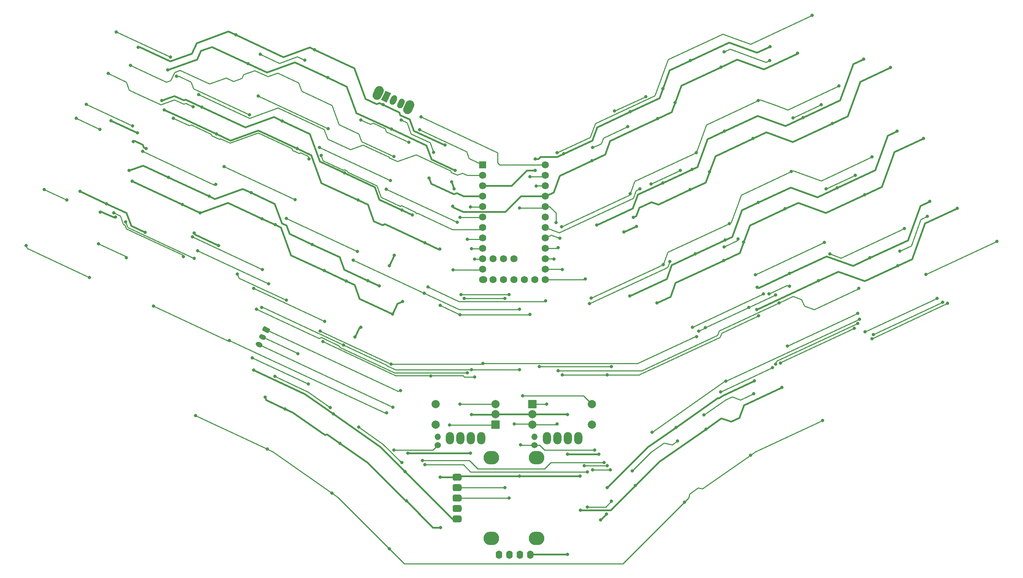
<source format=gbr>
%TF.GenerationSoftware,KiCad,Pcbnew,(5.1.10)-1*%
%TF.CreationDate,2021-12-17T13:46:14-08:00*%
%TF.ProjectId,barobord,6261726f-626f-4726-942e-6b696361645f,rev?*%
%TF.SameCoordinates,Original*%
%TF.FileFunction,Copper,L1,Top*%
%TF.FilePolarity,Positive*%
%FSLAX46Y46*%
G04 Gerber Fmt 4.6, Leading zero omitted, Abs format (unit mm)*
G04 Created by KiCad (PCBNEW (5.1.10)-1) date 2021-12-17 13:46:14*
%MOMM*%
%LPD*%
G01*
G04 APERTURE LIST*
%TA.AperFunction,ComponentPad*%
%ADD10C,0.100000*%
%TD*%
%TA.AperFunction,ComponentPad*%
%ADD11C,1.752600*%
%TD*%
%TA.AperFunction,ComponentPad*%
%ADD12R,1.752600X1.752600*%
%TD*%
%TA.AperFunction,ComponentPad*%
%ADD13O,2.000000X3.000000*%
%TD*%
%TA.AperFunction,ComponentPad*%
%ADD14O,1.524000X1.524000*%
%TD*%
%TA.AperFunction,ComponentPad*%
%ADD15C,1.524000*%
%TD*%
%TA.AperFunction,ComponentPad*%
%ADD16R,2.000000X2.000000*%
%TD*%
%TA.AperFunction,ComponentPad*%
%ADD17C,2.000000*%
%TD*%
%TA.AperFunction,ComponentPad*%
%ADD18O,1.600000X2.000000*%
%TD*%
%TA.AperFunction,ComponentPad*%
%ADD19O,3.800000X3.300000*%
%TD*%
%TA.AperFunction,ViaPad*%
%ADD20C,0.800000*%
%TD*%
%TA.AperFunction,Conductor*%
%ADD21C,0.381000*%
%TD*%
%TA.AperFunction,Conductor*%
%ADD22C,0.254000*%
%TD*%
G04 APERTURE END LIST*
%TO.P,J2,3*%
%TO.N,B-*%
%TA.AperFunction,ComponentPad*%
G36*
G01*
X62876096Y-107302947D02*
X63374566Y-107535387D01*
G75*
G02*
X63664780Y-108332743I-253571J-543785D01*
G01*
X63664780Y-108332743D01*
G75*
G02*
X62867424Y-108622957I-543785J253571D01*
G01*
X62368954Y-108390517D01*
G75*
G02*
X62078740Y-107593161I253571J543785D01*
G01*
X62078740Y-107593161D01*
G75*
G02*
X62876096Y-107302947I543785J-253571D01*
G01*
G37*
%TD.AperFunction*%
%TO.P,J2,2*%
%TO.N,Net-(J2-Pad2)*%
%TA.AperFunction,ComponentPad*%
G36*
G01*
X63721332Y-105490332D02*
X64219802Y-105722772D01*
G75*
G02*
X64510016Y-106520128I-253571J-543785D01*
G01*
X64510016Y-106520128D01*
G75*
G02*
X63712660Y-106810342I-543785J253571D01*
G01*
X63214190Y-106577902D01*
G75*
G02*
X62923976Y-105780546I253571J543785D01*
G01*
X62923976Y-105780546D01*
G75*
G02*
X63721332Y-105490332I543785J-253571D01*
G01*
G37*
%TD.AperFunction*%
%TO.P,J2,1*%
%TO.N,B-*%
%TA.AperFunction,ComponentPad*%
G36*
G01*
X64249361Y-103529800D02*
X65382247Y-104058073D01*
G75*
G02*
X65503169Y-104390303I-105654J-226576D01*
G01*
X65207335Y-105024720D01*
G75*
G02*
X64875105Y-105145642I-226576J105654D01*
G01*
X63742219Y-104617369D01*
G75*
G02*
X63621297Y-104285139I105654J226576D01*
G01*
X63917131Y-103650722D01*
G75*
G02*
X64249361Y-103529800I226576J-105654D01*
G01*
G37*
%TD.AperFunction*%
%TD*%
%TO.P,SW46,*%
%TO.N,*%
%TA.AperFunction,ComponentPad*%
G36*
G01*
X97990343Y-50294437D02*
X98539747Y-49116237D01*
G75*
G02*
X100001566Y-48584178I996939J-464880D01*
G01*
X100001566Y-48584178D01*
G75*
G02*
X100533625Y-50045997I-464880J-996939D01*
G01*
X99984221Y-51224197D01*
G75*
G02*
X98522402Y-51756256I-996939J464880D01*
G01*
X98522402Y-51756256D01*
G75*
G02*
X97990343Y-50294437I464880J996939D01*
G01*
G37*
%TD.AperFunction*%
%TA.AperFunction,ComponentPad*%
G36*
G01*
X90558619Y-46828968D02*
X91108023Y-45650768D01*
G75*
G02*
X92569842Y-45118709I996939J-464880D01*
G01*
X92569842Y-45118709D01*
G75*
G02*
X93101901Y-46580528I-464880J-996939D01*
G01*
X92552497Y-47758728D01*
G75*
G02*
X91090678Y-48290787I-996939J464880D01*
G01*
X91090678Y-48290787D01*
G75*
G02*
X90558619Y-46828968I464880J996939D01*
G01*
G37*
%TD.AperFunction*%
%TO.P,SW46,3*%
%TO.N,N/C*%
%TA.AperFunction,ComponentPad*%
G36*
G01*
X96467697Y-49418909D02*
X96890315Y-48512601D01*
G75*
G02*
X97887010Y-48149834I679731J-316964D01*
G01*
X97887010Y-48149834D01*
G75*
G02*
X98249777Y-49146529I-316964J-679731D01*
G01*
X97827159Y-50052837D01*
G75*
G02*
X96830464Y-50415604I-679731J316964D01*
G01*
X96830464Y-50415604D01*
G75*
G02*
X96467697Y-49418909I316964J679731D01*
G01*
G37*
%TD.AperFunction*%
%TO.P,SW46,2*%
%TO.N,Net-(J2-Pad2)*%
%TA.AperFunction,ComponentPad*%
G36*
G01*
X94655082Y-48573673D02*
X95077700Y-47667365D01*
G75*
G02*
X96074395Y-47304598I679731J-316964D01*
G01*
X96074395Y-47304598D01*
G75*
G02*
X96437162Y-48301293I-316964J-679731D01*
G01*
X96014544Y-49207601D01*
G75*
G02*
X95017849Y-49570368I-679731J316964D01*
G01*
X95017849Y-49570368D01*
G75*
G02*
X94655082Y-48573673I316964J679731D01*
G01*
G37*
%TD.AperFunction*%
%TA.AperFunction,ComponentPad*%
D10*
%TO.P,SW46,1*%
%TO.N,B+*%
G36*
X92525502Y-48408167D02*
G01*
X93582048Y-46142398D01*
X94941510Y-46776325D01*
X93884964Y-49042094D01*
X92525502Y-48408167D01*
G37*
%TD.AperFunction*%
%TD*%
D11*
%TO.P,U2,1*%
%TO.N,led*%
X117228505Y-64203847D03*
%TO.P,U2,2*%
%TO.N,col0*%
X117228505Y-66743847D03*
%TO.P,U2,3*%
%TO.N,GND*%
X117228505Y-69283847D03*
%TO.P,U2,4*%
X117228505Y-71823847D03*
%TO.P,U2,5*%
%TO.N,sda*%
X117228505Y-74363847D03*
%TO.P,U2,6*%
%TO.N,scl*%
X117228505Y-76903847D03*
%TO.P,U2,7*%
%TO.N,col1*%
X117228505Y-79443847D03*
%TO.P,U2,8*%
%TO.N,col2*%
X117228505Y-81983847D03*
%TO.P,U2,9*%
%TO.N,col3*%
X117228505Y-84523847D03*
%TO.P,U2,10*%
%TO.N,col4*%
X117228505Y-87063847D03*
%TO.P,U2,11*%
%TO.N,row3*%
X117228505Y-89603847D03*
%TO.P,U2,13*%
%TO.N,row0*%
X132468505Y-92143847D03*
%TO.P,U2,14*%
%TO.N,row4*%
X132468505Y-89603847D03*
%TO.P,U2,15*%
%TO.N,ENC2A*%
X132468505Y-87063847D03*
%TO.P,U2,16*%
%TO.N,col8*%
X132468505Y-84523847D03*
%TO.P,U2,17*%
%TO.N,col7*%
X132468505Y-81983847D03*
%TO.P,U2,18*%
%TO.N,col6*%
X132468505Y-79443847D03*
%TO.P,U2,19*%
%TO.N,col5*%
X132468505Y-76903847D03*
%TO.P,U2,20*%
%TO.N,row1*%
X132468505Y-74363847D03*
%TO.P,U2,21*%
%TO.N,+5V*%
X132468505Y-71823847D03*
%TO.P,U2,22*%
%TO.N,RESET*%
X132468505Y-69283847D03*
%TO.P,U2,23*%
%TO.N,B-*%
X132468505Y-66743847D03*
%TO.P,U2,12*%
%TO.N,row2*%
X117228505Y-92143847D03*
%TO.P,U2,24*%
%TO.N,B+*%
X132468505Y-64203847D03*
%TO.P,U2,31*%
%TO.N,ENC1B*%
X119768505Y-87063847D03*
%TO.P,U2,32*%
%TO.N,ENC1A*%
X122308505Y-87063847D03*
%TO.P,U2,33*%
%TO.N,ENC2B*%
X124848505Y-87063847D03*
%TD*%
%TO.P,U1,25*%
%TO.N,ENC1B*%
X119768505Y-92143847D03*
%TO.P,U1,26*%
%TO.N,ENC1A*%
X122308505Y-92143847D03*
%TO.P,U1,27*%
%TO.N,ENC2B*%
X124848505Y-92143847D03*
%TO.P,U1,28*%
%TO.N,Net-(U1-Pad28)*%
X127388505Y-92143847D03*
%TO.P,U1,29*%
%TO.N,Net-(U1-Pad29)*%
X129928505Y-92143847D03*
%TO.P,U1,24*%
%TO.N,B+*%
X132468505Y-64203847D03*
%TO.P,U1,12*%
%TO.N,row2*%
X117457105Y-92143847D03*
%TO.P,U1,23*%
%TO.N,B-*%
X132468505Y-66743847D03*
%TO.P,U1,22*%
%TO.N,RESET*%
X132468505Y-69283847D03*
%TO.P,U1,21*%
%TO.N,+5V*%
X132468505Y-71823847D03*
%TO.P,U1,20*%
%TO.N,row1*%
X132468505Y-74363847D03*
%TO.P,U1,19*%
%TO.N,col5*%
X132468505Y-76903847D03*
%TO.P,U1,18*%
%TO.N,col6*%
X132468505Y-79443847D03*
%TO.P,U1,17*%
%TO.N,col7*%
X132468505Y-81983847D03*
%TO.P,U1,16*%
%TO.N,col8*%
X132468505Y-84523847D03*
%TO.P,U1,15*%
%TO.N,ENC2A*%
X132468505Y-87063847D03*
%TO.P,U1,14*%
%TO.N,row4*%
X132468505Y-89603847D03*
%TO.P,U1,13*%
%TO.N,row0*%
X132468505Y-92143847D03*
%TO.P,U1,11*%
%TO.N,row3*%
X117228505Y-89603847D03*
%TO.P,U1,10*%
%TO.N,col4*%
X117228505Y-87063847D03*
%TO.P,U1,9*%
%TO.N,col3*%
X117228505Y-84523847D03*
%TO.P,U1,8*%
%TO.N,col2*%
X117228505Y-81983847D03*
%TO.P,U1,7*%
%TO.N,col1*%
X117228505Y-79443847D03*
%TO.P,U1,6*%
%TO.N,scl*%
X117228505Y-76903847D03*
%TO.P,U1,5*%
%TO.N,sda*%
X117228505Y-74363847D03*
%TO.P,U1,4*%
%TO.N,GND*%
X117228505Y-71823847D03*
%TO.P,U1,3*%
X117228505Y-69283847D03*
%TO.P,U1,2*%
%TO.N,col0*%
X117228505Y-66743847D03*
D12*
%TO.P,U1,1*%
%TO.N,led*%
X117228505Y-64203847D03*
%TD*%
D13*
%TO.P,SW45,NC*%
%TO.N,Net-(SW45-PadNC)*%
X140518507Y-130781846D03*
%TO.P,SW45,C*%
%TO.N,GND*%
X137978507Y-130781846D03*
%TO.P,SW45,B*%
%TO.N,ENC2B*%
X135438507Y-130781846D03*
%TO.P,SW45,A*%
%TO.N,ENC2A*%
X132898507Y-130781846D03*
D14*
%TO.P,SW45,S2*%
%TO.N,Net-(D82-Pad2)*%
X129898507Y-130431846D03*
D15*
%TO.P,SW45,S1*%
%TO.N,col3*%
X129898507Y-132431846D03*
%TD*%
D16*
%TO.P,SW43,A*%
%TO.N,ENC2A*%
X129348507Y-122431846D03*
D17*
%TO.P,SW43,C*%
%TO.N,GND*%
X129348507Y-124931846D03*
%TO.P,SW43,B*%
%TO.N,ENC2B*%
X129348507Y-127431846D03*
%TO.P,SW43,S2*%
%TO.N,Net-(D82-Pad2)*%
X143848507Y-122431846D03*
%TO.P,SW43,S1*%
%TO.N,col3*%
X143848507Y-127431846D03*
%TD*%
D16*
%TO.P,SW42,A*%
%TO.N,ENC1A*%
X120348504Y-127431847D03*
D17*
%TO.P,SW42,C*%
%TO.N,GND*%
X120348504Y-124931847D03*
%TO.P,SW42,B*%
%TO.N,ENC1B*%
X120348504Y-122431847D03*
%TO.P,SW42,S2*%
%TO.N,Net-(D81-Pad2)*%
X105848504Y-127431847D03*
%TO.P,SW42,S1*%
%TO.N,col4*%
X105848504Y-122431847D03*
%TD*%
D13*
%TO.P,SW44,NC*%
%TO.N,Net-(SW44-PadNC)*%
X116918502Y-130781846D03*
%TO.P,SW44,C*%
%TO.N,GND*%
X114378502Y-130781846D03*
%TO.P,SW44,B*%
%TO.N,ENC1B*%
X111838502Y-130781846D03*
%TO.P,SW44,A*%
%TO.N,ENC1A*%
X109298502Y-130781846D03*
D14*
%TO.P,SW44,S2*%
%TO.N,Net-(D81-Pad2)*%
X106298502Y-130431846D03*
D15*
%TO.P,SW44,S1*%
%TO.N,col4*%
X106298502Y-132431846D03*
%TD*%
D18*
%TO.P,Brd1,2*%
%TO.N,+5V*%
X126328506Y-159131845D03*
%TO.P,Brd1,1*%
%TO.N,GND*%
X128868506Y-159131845D03*
%TO.P,Brd1,3*%
%TO.N,scl*%
X123788506Y-159131845D03*
%TO.P,Brd1,4*%
%TO.N,sda*%
X121248506Y-159131845D03*
%TD*%
D19*
%TO.P,J1,9*%
%TO.N,N/C*%
X119348504Y-135531846D03*
%TO.P,J1,8*%
X130348504Y-135531846D03*
%TO.P,J1,7*%
X130348504Y-155131846D03*
%TO.P,J1,6*%
X119348504Y-155131846D03*
%TO.P,J1,1*%
%TO.N,+5V*%
%TA.AperFunction,ComponentPad*%
G36*
G01*
X112124504Y-139826846D02*
X112124504Y-140676846D01*
G75*
G02*
X111699504Y-141101846I-425000J0D01*
G01*
X110349504Y-141101846D01*
G75*
G02*
X109924504Y-140676846I0J425000D01*
G01*
X109924504Y-139826846D01*
G75*
G02*
X110349504Y-139401846I425000J0D01*
G01*
X111699504Y-139401846D01*
G75*
G02*
X112124504Y-139826846I0J-425000D01*
G01*
G37*
%TD.AperFunction*%
%TO.P,J1,2*%
%TO.N,sda*%
%TA.AperFunction,ComponentPad*%
G36*
G01*
X111699504Y-143641846D02*
X110349504Y-143641846D01*
G75*
G02*
X109924504Y-143216846I0J425000D01*
G01*
X109924504Y-142366846D01*
G75*
G02*
X110349504Y-141941846I425000J0D01*
G01*
X111699504Y-141941846D01*
G75*
G02*
X112124504Y-142366846I0J-425000D01*
G01*
X112124504Y-143216846D01*
G75*
G02*
X111699504Y-143641846I-425000J0D01*
G01*
G37*
%TD.AperFunction*%
%TO.P,J1,3*%
%TO.N,scl*%
%TA.AperFunction,ComponentPad*%
G36*
G01*
X111699504Y-146181846D02*
X110349504Y-146181846D01*
G75*
G02*
X109924504Y-145756846I0J425000D01*
G01*
X109924504Y-144906846D01*
G75*
G02*
X110349504Y-144481846I425000J0D01*
G01*
X111699504Y-144481846D01*
G75*
G02*
X112124504Y-144906846I0J-425000D01*
G01*
X112124504Y-145756846D01*
G75*
G02*
X111699504Y-146181846I-425000J0D01*
G01*
G37*
%TD.AperFunction*%
%TO.P,J1,4*%
%TO.N,Net-(J1-Pad4)*%
%TA.AperFunction,ComponentPad*%
G36*
G01*
X111699504Y-148721846D02*
X110349504Y-148721846D01*
G75*
G02*
X109924504Y-148296846I0J425000D01*
G01*
X109924504Y-147446846D01*
G75*
G02*
X110349504Y-147021846I425000J0D01*
G01*
X111699504Y-147021846D01*
G75*
G02*
X112124504Y-147446846I0J-425000D01*
G01*
X112124504Y-148296846D01*
G75*
G02*
X111699504Y-148721846I-425000J0D01*
G01*
G37*
%TD.AperFunction*%
%TO.P,J1,5*%
%TO.N,GND*%
%TA.AperFunction,ComponentPad*%
G36*
G01*
X111699504Y-151261846D02*
X110349504Y-151261846D01*
G75*
G02*
X109924504Y-150836846I0J425000D01*
G01*
X109924504Y-149986846D01*
G75*
G02*
X110349504Y-149561846I425000J0D01*
G01*
X111699504Y-149561846D01*
G75*
G02*
X112124504Y-149986846I0J-425000D01*
G01*
X112124504Y-150836846D01*
G75*
G02*
X111699504Y-151261846I-425000J0D01*
G01*
G37*
%TD.AperFunction*%
%TD*%
D20*
%TO.N,GND*%
X108080507Y-59379349D03*
X100136973Y-76414310D03*
X39148907Y-48535623D03*
X33228182Y-56424546D03*
X26782521Y-53418886D03*
X92086099Y-93679470D03*
X31205376Y-65570581D03*
X25745053Y-73674196D03*
X19299391Y-70668536D03*
X35123252Y-80608262D03*
X52954206Y-83839712D03*
X47076296Y-80818539D03*
X50695001Y-71856164D03*
X61510147Y-114173665D03*
X76310129Y-36156839D03*
X57235609Y-32587145D03*
X93042738Y-49571237D03*
X48878296Y-50154976D03*
X68489452Y-53529346D03*
X83607713Y-66184267D03*
X40796304Y-67240327D03*
X60898978Y-71009199D03*
X75787037Y-83556774D03*
X80909436Y-124849603D03*
X98352276Y-138861750D03*
X94580860Y-88747557D03*
X95761656Y-86215336D03*
X97592553Y-75227827D03*
X86192436Y-106135577D03*
X87603429Y-103710700D03*
X89311471Y-92385643D03*
X137941946Y-124984907D03*
X114573947Y-124984910D03*
X137941947Y-159020910D03*
X147593947Y-142764909D03*
X99079945Y-134382907D03*
X114319946Y-134382908D03*
X145561947Y-134636910D03*
X137941946Y-134636910D03*
X130067948Y-65548910D03*
X130067945Y-62754908D03*
X187199532Y-35391632D03*
X144988776Y-78896761D03*
X209954808Y-38513314D03*
X153039653Y-96161921D03*
X218113027Y-56008681D03*
X183385400Y-116763460D03*
X136982137Y-61510053D03*
X153129609Y-51278698D03*
X167787469Y-38838464D03*
X195250408Y-52656795D03*
X176068550Y-55996284D03*
X169001164Y-85916368D03*
X184271152Y-73369712D03*
X203531492Y-69814610D03*
X211475025Y-86849573D03*
X191940103Y-90633955D03*
X184005883Y-94053483D03*
X161062497Y-68598879D03*
X226036371Y-73134258D03*
X161094393Y-45674674D03*
X168198764Y-65271186D03*
X176249643Y-82536345D03*
X164277623Y-128113128D03*
X145908785Y-150672902D03*
X147345625Y-149236060D03*
X104241601Y-67429018D03*
X33421598Y-35604736D03*
%TO.N,+5V*%
X40650501Y-41108345D03*
X103161863Y-83149742D03*
X39778708Y-50791107D03*
X35377561Y-60229395D03*
X32262076Y-58496365D03*
X95341190Y-100522252D03*
X31958032Y-68163618D03*
X27878920Y-76911300D03*
X24211196Y-75761529D03*
X66793643Y-78802567D03*
X48532588Y-75892457D03*
X64304837Y-120801753D03*
X86970155Y-72796843D03*
X72082092Y-60249263D03*
X52439825Y-56695083D03*
X44158745Y-73852903D03*
X63570812Y-77299738D03*
X78689073Y-89954659D03*
X60153157Y-39552780D03*
X79565220Y-42999613D03*
X95021033Y-55531679D03*
X110522138Y-65562543D03*
X82533491Y-131991463D03*
X98711488Y-146026444D03*
X106973322Y-152492227D03*
X97775146Y-97523786D03*
X110319002Y-70022381D03*
X106855415Y-84662247D03*
X69142399Y-123618056D03*
X84086020Y-92471300D03*
X109704715Y-68334645D03*
X106953948Y-140224909D03*
X140989947Y-139970909D03*
X154451947Y-142256908D03*
X141052662Y-148290193D03*
X126257946Y-139970908D03*
X193858645Y-37050823D03*
X151647888Y-80555952D03*
X154640515Y-79160463D03*
X153904613Y-76981301D03*
X216491062Y-40510052D03*
X159698764Y-97821113D03*
X190778537Y-74920639D03*
X224541939Y-57775217D03*
X190044511Y-118422652D03*
X143827210Y-63183443D03*
X159843736Y-52957910D03*
X175244533Y-40405822D03*
X202369927Y-54101293D03*
X183065208Y-57778330D03*
X175890476Y-87468216D03*
X210190602Y-71473803D03*
X198936761Y-92416005D03*
X218241480Y-88738968D03*
X183973618Y-99393430D03*
X167721608Y-70258072D03*
X232695484Y-74793449D03*
X164070271Y-49051387D03*
X172474206Y-65871659D03*
X180755285Y-83029477D03*
X171573307Y-128517014D03*
X109999965Y-74312653D03*
%TO.N,row0*%
X42737830Y-42642200D03*
X60494422Y-52043266D03*
X62641327Y-47439220D03*
X79676283Y-55382756D03*
X77529385Y-59986797D03*
X94794548Y-68037678D03*
X93828442Y-70109498D03*
X111093605Y-78160376D03*
X103927316Y-93946656D03*
X132607946Y-97298907D03*
X142259947Y-91964907D03*
X136436833Y-79322445D03*
X203963636Y-45031601D03*
X184321366Y-48585780D03*
X169203106Y-61240704D03*
X153134248Y-71256055D03*
%TO.N,row1*%
X34487777Y-60935517D03*
X52320686Y-68970884D03*
X54360243Y-64597043D03*
X71625406Y-72647918D03*
X69478508Y-77251963D03*
X86743670Y-85302843D03*
X85777567Y-87374661D03*
X103042727Y-95425538D03*
X126257950Y-99330906D03*
X126257946Y-74692909D03*
X161185126Y-88521218D03*
X143689764Y-96679443D03*
X212014512Y-62296764D03*
X192372245Y-65850945D03*
X177253982Y-78505867D03*
X135090880Y-78239076D03*
%TO.N,row2*%
X27510351Y-75898656D03*
X44392668Y-86573593D03*
X46646913Y-81739347D03*
X63681877Y-89682879D03*
X61534971Y-94286923D03*
X78800139Y-102337802D03*
X77726690Y-104639822D03*
X94991851Y-112690702D03*
X117367947Y-112538909D03*
X169343350Y-106016583D03*
X168269900Y-103714561D03*
X185535065Y-95663685D03*
X183618365Y-90952295D03*
X200423121Y-83116107D03*
X201711263Y-85878533D03*
X219835186Y-79669272D03*
%TO.N,row3*%
X37107477Y-98590643D03*
X55630998Y-106948044D03*
X47380940Y-125241361D03*
X64876308Y-133399583D03*
X94580567Y-157700777D03*
X80547190Y-144105401D03*
X93854874Y-124562305D03*
X110063976Y-89801774D03*
X166389946Y-146320905D03*
X199939487Y-126420157D03*
X208474000Y-100381271D03*
X191439038Y-108324804D03*
X182398184Y-134879768D03*
%TO.N,led*%
X101890088Y-55620490D03*
X95619402Y-62193638D03*
X31545799Y-40016025D03*
%TO.N,Net-(D41-Pad2)*%
X41260080Y-37998056D03*
X28126511Y-31905217D03*
X18358107Y-52853615D03*
X24113167Y-55537240D03*
%TO.N,Net-(D42-Pad2)*%
X32046144Y-54752320D03*
X20766238Y-49492415D03*
X10537438Y-70226124D03*
X16062288Y-72802404D03*
%TO.N,Net-(D43-Pad2)*%
X23737760Y-83387985D03*
X30536479Y-86838537D03*
%TO.N,Net-(D47-Pad2)*%
X63160057Y-37311565D03*
X73993832Y-38720085D03*
%TO.N,Net-(D51-Pad2)*%
X57575000Y-90758809D03*
X69453681Y-97138703D03*
%TO.N,Net-(D54-Pad2)*%
X97460181Y-53305977D03*
X105288296Y-61160153D03*
%TO.N,Net-(D57-Pad2)*%
X74784313Y-117560928D03*
X61202385Y-111227573D03*
%TO.N,Net-(D58-Pad2)*%
X66678474Y-115711474D03*
X80180938Y-123287491D03*
%TO.N,Net-(D59-Pad2)*%
X87132714Y-128080106D03*
X97633858Y-136686976D03*
%TO.N,Net-(D60-Pad2)*%
X103201614Y-137225793D03*
X142767949Y-138954907D03*
X142767948Y-147499692D03*
X148609947Y-146066906D03*
%TO.N,Net-(D61-Pad2)*%
X153689945Y-138700907D03*
X164670322Y-131465135D03*
%TO.N,Net-(D62-Pad2)*%
X183184980Y-119939754D03*
X171078451Y-125117656D03*
%TO.N,Net-(D63-Pad2)*%
X187790263Y-113588406D03*
X175129146Y-119492383D03*
%TO.N,Net-(D66-Pad2)*%
X144027631Y-60007149D03*
X152576135Y-54899884D03*
%TO.N,Net-(D67-Pad2)*%
X156945739Y-47576016D03*
X149349069Y-51118405D03*
%TO.N,Net-(D68-Pad2)*%
X165334964Y-65566768D03*
X158198697Y-68894465D03*
%TO.N,Net-(D69-Pad2)*%
X175963362Y-84152337D03*
X179386169Y-82275996D03*
X186900763Y-95587363D03*
X191949699Y-93793522D03*
%TO.N,Net-(D73-Pad2)*%
X176028211Y-36677293D03*
X187106461Y-38798127D03*
%TO.N,Net-(D75-Pad2)*%
X199635088Y-49572356D03*
X192729023Y-52792709D03*
%TO.N,Net-(D76-Pad2)*%
X207916169Y-66730174D03*
X200779902Y-70057871D03*
%TO.N,Net-(D77-Pad2)*%
X218774771Y-85208397D03*
X225482898Y-76755447D03*
%TO.N,RESET*%
X130321946Y-69358908D03*
X131083946Y-113300909D03*
X148609946Y-113300908D03*
X147593945Y-137430909D03*
X142005948Y-137430907D03*
%TO.N,col0*%
X21576585Y-91628722D03*
X6137526Y-83868860D03*
X26145046Y-41981739D03*
X46768325Y-50043300D03*
X48146615Y-47087545D03*
%TO.N,col1*%
X47016725Y-86956439D03*
X30411143Y-78092095D03*
X41987131Y-52844155D03*
X75008715Y-62805438D03*
X77932030Y-61932571D03*
%TO.N,col2*%
X65140650Y-93165700D03*
X47875485Y-85114821D03*
X62215017Y-99380970D03*
X113557949Y-114824907D03*
X113557945Y-82312909D03*
%TO.N,col3*%
X83334649Y-108057013D03*
X63495492Y-98914917D03*
X114573947Y-114062908D03*
X114573947Y-84598908D03*
X144545948Y-133620910D03*
X126511946Y-132350908D03*
X126257949Y-114062908D03*
%TO.N,col4*%
X95658202Y-133633690D03*
X78382312Y-107258041D03*
X115335946Y-115840908D03*
X115335948Y-87138909D03*
X104604651Y-115575518D03*
%TO.N,col5*%
X144037946Y-138446908D03*
X148355946Y-138446908D03*
X197405990Y-27829701D03*
X135357508Y-61247512D03*
%TO.N,col6*%
X229133585Y-97672794D03*
X212328825Y-105508983D03*
X208908058Y-101779208D03*
X176449549Y-116914860D03*
X155526701Y-70024387D03*
X158489895Y-129281107D03*
%TO.N,col7*%
X171466382Y-103824363D03*
X188501340Y-95880829D03*
X230376426Y-97934021D03*
X211960255Y-106521624D03*
X188496382Y-112698619D03*
X182055680Y-98886491D03*
X208473404Y-102784050D03*
X136021727Y-82038334D03*
X143198333Y-98029630D03*
X162796541Y-87769802D03*
X169834779Y-104666394D03*
%TO.N,col8*%
X135655947Y-84344909D03*
X135655947Y-114316908D03*
X189339914Y-97813066D03*
X208775594Y-94301345D03*
%TO.N,sda*%
X122701948Y-142764908D03*
X122701945Y-96762042D03*
X112795947Y-96762044D03*
X114319948Y-74438907D03*
%TO.N,scl*%
X123717947Y-145304909D03*
X123717948Y-95774908D03*
X111779948Y-76978908D03*
X112033947Y-95774908D03*
%TO.N,Net-(D82-Pad2)*%
X127019946Y-120412907D03*
%TO.N,ENC1B*%
X111779948Y-122444907D03*
%TO.N,ENC1A*%
X109239948Y-127524907D03*
%TO.N,ENC2B*%
X135401945Y-127270908D03*
X124987946Y-127270908D03*
%TO.N,ENC2A*%
X132861946Y-122444909D03*
X134639948Y-87138910D03*
%TO.N,row4*%
X102635948Y-136160907D03*
X146831946Y-136668908D03*
X136671947Y-89678906D03*
X136671949Y-115332907D03*
X147593947Y-115332907D03*
X242380444Y-82807684D03*
X225147001Y-90843772D03*
X227778720Y-96704232D03*
X210283353Y-104862458D03*
X207629636Y-103979661D03*
X189734551Y-112482716D03*
X184367301Y-100972607D03*
%TO.N,B-*%
X106890159Y-98411092D03*
X111724404Y-100665336D03*
X128797948Y-100600908D03*
X128797947Y-67072907D03*
X97229106Y-119129286D03*
X95419690Y-123182378D03*
%TO.N,B+*%
X87588556Y-53257322D03*
X99328867Y-58731921D03*
X102227183Y-52516461D03*
%TO.N,Net-(J2-Pad2)*%
X72260448Y-110143190D03*
%TD*%
D21*
%TO.N,GND*%
X92118997Y-49133792D02*
X91443903Y-49379507D01*
X88681476Y-48091368D02*
X85978619Y-40665329D01*
X75159115Y-35620112D02*
X68745719Y-37954399D01*
X93921512Y-73515993D02*
X92079897Y-72657234D01*
X92079897Y-72657234D02*
X90974183Y-69619309D01*
X77622458Y-63393295D02*
X75165314Y-56642351D01*
X66417634Y-52563238D02*
X59666688Y-55020382D01*
X59666688Y-55020382D02*
X59467595Y-55092846D01*
X44964860Y-48330107D02*
X44488853Y-48503360D01*
X41174194Y-47798481D02*
X39148907Y-48535623D01*
X33228182Y-56424546D02*
X26782521Y-53418886D01*
X41174194Y-47798481D02*
X42186832Y-47429907D01*
X44488853Y-48503360D02*
X42186832Y-47429907D01*
X84029022Y-89922398D02*
X83568615Y-89707706D01*
X83568615Y-89707706D02*
X82462899Y-86669782D01*
X70262188Y-80980493D02*
X69525045Y-78955212D01*
X69525045Y-78955212D02*
X68374031Y-78418484D01*
X68374031Y-78418484D02*
X66654033Y-73692825D01*
X58827154Y-70043093D02*
X52076213Y-72500236D01*
X34580848Y-64342011D02*
X31205376Y-65570581D01*
X25745053Y-73674196D02*
X19299391Y-70668536D01*
X35123252Y-80608262D02*
X31701941Y-79012882D01*
X30579299Y-75928440D02*
X25745053Y-73674196D01*
X31701941Y-79012882D02*
X30579299Y-75928440D01*
X47199152Y-81156084D02*
X47076296Y-80818539D01*
X52954206Y-83839712D02*
X47199152Y-81156084D01*
X52076213Y-72500236D02*
X50695001Y-71856164D01*
X76310129Y-36156839D02*
X75159115Y-35620112D01*
X85978619Y-40665329D02*
X76310129Y-36156839D01*
X68745719Y-37954399D02*
X57235609Y-32587145D01*
X91443903Y-49379507D02*
X88681476Y-48091368D01*
X93039804Y-49563174D02*
X93042738Y-49571237D01*
X92118997Y-49133792D02*
X93039804Y-49563174D01*
X48878296Y-50154976D02*
X44964860Y-48330107D01*
X59467595Y-55092846D02*
X48878296Y-50154976D01*
X68489452Y-53529346D02*
X66417634Y-52563238D01*
X75165314Y-56642351D02*
X68489452Y-53529346D01*
X83607713Y-66184267D02*
X77622458Y-63393295D01*
X90974183Y-69619309D02*
X83607713Y-66184267D01*
X40796304Y-67240327D02*
X34580848Y-64342011D01*
X50695001Y-71856164D02*
X40796304Y-67240327D01*
X60898978Y-71009199D02*
X58827154Y-70043093D01*
X66654033Y-73692825D02*
X60898978Y-71009199D01*
X75787037Y-83556774D02*
X70262188Y-80980493D01*
X82462899Y-86669782D02*
X75787037Y-83556774D01*
X80909436Y-124849603D02*
X92352992Y-132862467D01*
X73941065Y-119970297D02*
X80909436Y-124849603D01*
X92352992Y-132862467D02*
X98352276Y-138861750D01*
X109902370Y-150411845D02*
X111024503Y-150411846D01*
X98352276Y-138861750D02*
X109902370Y-150411845D01*
X94580860Y-88747557D02*
X95761656Y-86215336D01*
X97592553Y-75227827D02*
X93921512Y-73515993D01*
X100136973Y-76414310D02*
X97592553Y-75227827D01*
X87265883Y-103833556D02*
X87603429Y-103710700D01*
X86192436Y-106135577D02*
X87265883Y-103833556D01*
X89311471Y-92385643D02*
X84029022Y-89922398D01*
X92086099Y-93679470D02*
X89311471Y-92385643D01*
X117228504Y-71823845D02*
X112617009Y-71823846D01*
X137888886Y-124931845D02*
X137941946Y-124984907D01*
X129348507Y-124931849D02*
X137888886Y-124931845D01*
X120295442Y-124984908D02*
X120348505Y-124931847D01*
X114573947Y-124984910D02*
X120295442Y-124984908D01*
X120348505Y-124931847D02*
X129348507Y-124931849D01*
X128979445Y-159020908D02*
X128868504Y-159131845D01*
X137941947Y-159020910D02*
X128979445Y-159020908D01*
X99079945Y-134382907D02*
X114319946Y-134382908D01*
X145561947Y-134636910D02*
X137941946Y-134636910D01*
X117228505Y-69283845D02*
X124301008Y-69283846D01*
X128035946Y-65548908D02*
X130067948Y-65548910D01*
X124301008Y-69283846D02*
X128035946Y-65548908D01*
X130067945Y-62754908D02*
X130829948Y-62754907D01*
X130829948Y-62754907D02*
X131337946Y-62246908D01*
X131337946Y-62246908D02*
X135401947Y-62246906D01*
X143888201Y-58289701D02*
X145072535Y-55035771D01*
X160265877Y-47951001D02*
X161094393Y-45674674D01*
X183976703Y-36894461D02*
X187199532Y-35391632D01*
X177225757Y-34437319D02*
X183976703Y-36894461D01*
X144988776Y-78896761D02*
X150513628Y-76320479D01*
X150513628Y-76320479D02*
X153736459Y-74817649D01*
X153736459Y-74817649D02*
X154965030Y-71442176D01*
X184125626Y-52239207D02*
X190876569Y-54696351D01*
X207422580Y-39694110D02*
X209954808Y-38513314D01*
X204228296Y-48470337D02*
X207422580Y-39694110D01*
X153039653Y-96161921D02*
X162017537Y-91975467D01*
X162017537Y-91975467D02*
X163246109Y-88599995D01*
X192161912Y-69690190D02*
X198697246Y-72068859D01*
X215811005Y-57082131D02*
X218113027Y-56008681D01*
X212739576Y-65520812D02*
X215811005Y-57082131D01*
X136982137Y-61510053D02*
X143888201Y-58289701D01*
X135401947Y-62246906D02*
X136982137Y-61510053D01*
X153129609Y-51278698D02*
X160265877Y-47951001D01*
X145072535Y-55035771D02*
X153129609Y-51278698D01*
X167787469Y-38838464D02*
X177225757Y-34437319D01*
X162723020Y-41200056D02*
X167787469Y-38838464D01*
X195250408Y-52656795D02*
X204228296Y-48470337D01*
X190876569Y-54696351D02*
X195250408Y-52656795D01*
X176068550Y-55996284D02*
X184125626Y-52239207D01*
X171924910Y-57928493D02*
X176068550Y-55996284D01*
X163246109Y-88599995D02*
X169001164Y-85916368D01*
X184271152Y-73369712D02*
X192161912Y-69690190D01*
X180357716Y-75194579D02*
X184271152Y-73369712D01*
X203531492Y-69814610D02*
X212739576Y-65520812D01*
X198697246Y-72068859D02*
X203531492Y-69814610D01*
X211475025Y-86849573D02*
X207791787Y-88567094D01*
X207791787Y-88567094D02*
X207331384Y-88781784D01*
X200917987Y-86447498D02*
X191940103Y-90633955D01*
X207331384Y-88781784D02*
X200917987Y-86447498D01*
X184343429Y-94176340D02*
X184005883Y-94053483D01*
X191940103Y-90633955D02*
X184343429Y-94176340D01*
X154965030Y-71442176D02*
X161062497Y-68598879D01*
X220698521Y-82548588D02*
X211475025Y-86849573D01*
X223734351Y-74207709D02*
X220698521Y-82548588D01*
X226036371Y-73134258D02*
X223734351Y-74207709D01*
X169467768Y-64679436D02*
X171924910Y-57928493D01*
X161094393Y-45674674D02*
X162723020Y-41200056D01*
X168198764Y-65271186D02*
X169467768Y-64679436D01*
X161062497Y-68598879D02*
X168198764Y-65271186D01*
X169001164Y-85916368D02*
X176249643Y-82536345D01*
X147593947Y-142764909D02*
X157499947Y-132858909D01*
X157499947Y-132858909D02*
X164277623Y-128113128D01*
X175558525Y-120413193D02*
X183385400Y-116763460D01*
X174699862Y-121014434D02*
X175558525Y-120413193D01*
X174472788Y-120974396D02*
X174699862Y-121014434D01*
X164277623Y-128113128D02*
X174472788Y-120974396D01*
X145908785Y-150672902D02*
X147345625Y-149236060D01*
X112617009Y-71823846D02*
X111014297Y-71076487D01*
X111014297Y-71076487D02*
X110256698Y-71352232D01*
X104731844Y-68775953D02*
X104241601Y-67429018D01*
X110256698Y-71352232D02*
X104731844Y-68775953D01*
X62022832Y-114412733D02*
X61510147Y-114173665D01*
X73941065Y-119970297D02*
X62022832Y-114412733D01*
X108031805Y-59397076D02*
X108080507Y-59379349D01*
X100501560Y-55885663D02*
X108031805Y-59397076D01*
X99500977Y-53136584D02*
X100501560Y-55885663D01*
X97198956Y-52063134D02*
X99500977Y-53136584D01*
X96953240Y-51388040D02*
X97198956Y-52063134D01*
X96945181Y-51390974D02*
X96953240Y-51388040D01*
X93042738Y-49571237D02*
X96945181Y-51390974D01*
X47630407Y-34554097D02*
X55393993Y-31728385D01*
X46449612Y-37086324D02*
X47630407Y-34554097D01*
X55393993Y-31728385D02*
X57235609Y-32587145D01*
X41236097Y-38983887D02*
X46449612Y-37086324D01*
X33740539Y-35488651D02*
X41236097Y-38983887D01*
X33421598Y-35604736D02*
X33740539Y-35488651D01*
X177979051Y-81729909D02*
X180357716Y-75194579D01*
X176249643Y-82536345D02*
X177979051Y-81729909D01*
%TO.N,+5V*%
X104767085Y-62878916D02*
X103538513Y-59503447D01*
X86503551Y-51559912D02*
X84169264Y-45146515D01*
X71508149Y-39242537D02*
X64757198Y-41699680D01*
X51405475Y-35473670D02*
X49380190Y-36210809D01*
X49380190Y-36210809D02*
X48705095Y-36456525D01*
X48705095Y-36456525D02*
X47738990Y-38528345D01*
X47738990Y-38528345D02*
X41325592Y-40862630D01*
X41325592Y-40862630D02*
X40650501Y-41108345D01*
X103161863Y-83149742D02*
X93493375Y-78641248D01*
X93493375Y-78641248D02*
X92818280Y-78886962D01*
X92818280Y-78886962D02*
X90746461Y-77920859D01*
X90746461Y-77920859D02*
X89272174Y-73870293D01*
X78452673Y-68825077D02*
X77992267Y-68610386D01*
X77992267Y-68610386D02*
X75535123Y-61859443D01*
X63564613Y-56277498D02*
X62643802Y-55848119D01*
X62643802Y-55848119D02*
X55892861Y-58305262D01*
X43922344Y-52723320D02*
X39778708Y-50791107D01*
X34777635Y-59949651D02*
X34531923Y-59274553D01*
X35377561Y-60229395D02*
X34777635Y-59949651D01*
X32599620Y-58373509D02*
X32262076Y-58496365D01*
X34531923Y-59274553D02*
X32599620Y-58373509D01*
X95341190Y-100522252D02*
X87284116Y-96765173D01*
X87284116Y-96765173D02*
X86055541Y-93389701D01*
X70631997Y-86197583D02*
X68174854Y-79446642D01*
X55283533Y-73435314D02*
X48532588Y-75892457D01*
X27878920Y-76911300D02*
X27541371Y-77034158D01*
X27541371Y-77034158D02*
X25009146Y-75853361D01*
X24548744Y-75638671D02*
X24211196Y-75761529D01*
X25009146Y-75853361D02*
X24548744Y-75638671D01*
X68174854Y-79446642D02*
X66793643Y-78802567D01*
X64304837Y-120801753D02*
X64550551Y-121476845D01*
X64550551Y-121476845D02*
X69142399Y-123618056D01*
X86970155Y-72796843D02*
X78452673Y-68825077D01*
X89272174Y-73870293D02*
X86970155Y-72796843D01*
X72082092Y-60249263D02*
X63564613Y-56277498D01*
X75535123Y-61859443D02*
X72082092Y-60249263D01*
X52439825Y-56695083D02*
X43922344Y-52723320D01*
X55892861Y-58305262D02*
X52439825Y-56695083D01*
X44158745Y-73852903D02*
X31958032Y-68163618D01*
X48532588Y-75892457D02*
X44158745Y-73852903D01*
X63570812Y-77299738D02*
X55283533Y-73435314D01*
X66793643Y-78802567D02*
X63570812Y-77299738D01*
X78689073Y-89954659D02*
X70631997Y-86197583D01*
X60153157Y-39552780D02*
X51405475Y-35473670D01*
X64757198Y-41699680D02*
X60153157Y-39552780D01*
X79565220Y-42999613D02*
X71508149Y-39242537D01*
X84169264Y-45146515D02*
X79565220Y-42999613D01*
X95021033Y-55531679D02*
X86503551Y-51559912D01*
X103538513Y-59503447D02*
X95021033Y-55531679D01*
X110522138Y-65562543D02*
X104767085Y-62878916D01*
X70996214Y-124482505D02*
X78762766Y-129920706D01*
X78762766Y-129920706D02*
X79412523Y-129806136D01*
X82533491Y-131991463D02*
X89191559Y-136653493D01*
X79412523Y-129806136D02*
X82533491Y-131991463D01*
X98564512Y-146026443D02*
X98711488Y-146026444D01*
X89191559Y-136653493D02*
X98564512Y-146026443D01*
X105177271Y-152492226D02*
X106973322Y-152492227D01*
X98711488Y-146026444D02*
X105177271Y-152492226D01*
X96527672Y-97977829D02*
X97775146Y-97523786D01*
X95341190Y-100522252D02*
X96527672Y-97977829D01*
X110319002Y-70022381D02*
X109704715Y-68334645D01*
X106602698Y-84754229D02*
X106855415Y-84662247D01*
X103161863Y-83149742D02*
X106602698Y-84754229D01*
X69142399Y-123618056D02*
X70996214Y-124482505D01*
X84086020Y-92471300D02*
X78689073Y-89954659D01*
X86055541Y-93389701D02*
X84086020Y-92471300D01*
X132468505Y-71823845D02*
X126587009Y-71823845D01*
X122773810Y-75637044D02*
X112470081Y-75637046D01*
X126587009Y-71823845D02*
X122773810Y-75637044D01*
X106980882Y-140251845D02*
X106953948Y-140224909D01*
X111024503Y-140251845D02*
X106980882Y-140251845D01*
X111305441Y-139970909D02*
X111024503Y-140251845D01*
X148418663Y-148290192D02*
X141052662Y-148290193D01*
X154451947Y-142256908D02*
X148418663Y-148290192D01*
X126328505Y-159131844D02*
X126328504Y-159712349D01*
X126257946Y-139970908D02*
X111305441Y-139970909D01*
X140989947Y-139970909D02*
X126257946Y-139970908D01*
X154451947Y-142256908D02*
X160293949Y-136414907D01*
X132468505Y-71823848D02*
X133613722Y-71289821D01*
X133613722Y-71289821D02*
X133637018Y-71298302D01*
X133637018Y-71298302D02*
X134526052Y-70883740D01*
X134526052Y-70883740D02*
X135877479Y-67170721D01*
X135877479Y-67170721D02*
X136000337Y-66833173D01*
X136000337Y-66833173D02*
X143827210Y-63183443D01*
X143827210Y-63183443D02*
X147050041Y-61680610D01*
X148258591Y-58360151D02*
X156545869Y-54495730D01*
X147050041Y-61680610D02*
X148258591Y-58360151D01*
X163221730Y-51382724D02*
X164070271Y-49051387D01*
X193835915Y-37113268D02*
X193858645Y-37050823D01*
X185633816Y-40937971D02*
X193835915Y-37113268D01*
X179157968Y-38580957D02*
X185633816Y-40937971D01*
X151647888Y-80555952D02*
X154410312Y-79267810D01*
X154410312Y-79267810D02*
X154640515Y-79160463D01*
X153904613Y-76981301D02*
X154595219Y-76659265D01*
X154595219Y-76659265D02*
X155332361Y-74633981D01*
X155332361Y-74633981D02*
X158324990Y-73238497D01*
X158324990Y-73238497D02*
X160012726Y-73852782D01*
X171292633Y-68592875D02*
X171522836Y-68485529D01*
X186288038Y-56275501D02*
X192701437Y-58609789D01*
X206053163Y-52383772D02*
X208351664Y-46068698D01*
X209124591Y-43945093D02*
X216491062Y-40510052D01*
X208351664Y-46068698D02*
X209124591Y-43945093D01*
X159698764Y-97821113D02*
X162921596Y-96318281D01*
X162921596Y-96318281D02*
X164150169Y-92942810D01*
X182248003Y-78928270D02*
X188233259Y-76137302D01*
X190765483Y-74956504D02*
X190778537Y-74920639D01*
X188233259Y-76137302D02*
X190765483Y-74956504D01*
X190778537Y-74920639D02*
X194001367Y-73417809D01*
X194001367Y-73417809D02*
X200752314Y-75874948D01*
X214334241Y-69541594D02*
X216791384Y-62790647D01*
X217405671Y-61102911D02*
X224541939Y-57775217D01*
X216791384Y-62790647D02*
X217405671Y-61102911D01*
X190044511Y-118422652D02*
X180836423Y-122716451D01*
X180836423Y-122716451D02*
X179853566Y-125416830D01*
X179853566Y-125416830D02*
X179730710Y-125754378D01*
X179730710Y-125754378D02*
X177658890Y-126720480D01*
X177658890Y-126720480D02*
X175633605Y-125983340D01*
X159843736Y-52957910D02*
X163221730Y-51382724D01*
X156545869Y-54495730D02*
X159843736Y-52957910D01*
X175244533Y-40405822D02*
X179157968Y-38580957D01*
X165576041Y-44914315D02*
X175244533Y-40405822D01*
X202369927Y-54101293D02*
X206053163Y-52383772D01*
X192701437Y-58609789D02*
X202369927Y-54101293D01*
X183065208Y-57778330D02*
X186288038Y-56275501D01*
X173857121Y-62072131D02*
X183065208Y-57778330D01*
X175890476Y-87468216D02*
X179803915Y-85643348D01*
X164150169Y-92942810D02*
X175890476Y-87468216D01*
X210190602Y-71473803D02*
X214334241Y-69541594D01*
X200752314Y-75874948D02*
X210190602Y-71473803D01*
X198936761Y-92416005D02*
X202850200Y-90591138D01*
X202850200Y-90591138D02*
X203771009Y-90161756D01*
X210184404Y-92496040D02*
X218241480Y-88738968D01*
X203771009Y-90161756D02*
X210184404Y-92496040D01*
X198936761Y-92416005D02*
X183973618Y-99393430D01*
X167721608Y-70258072D02*
X171292633Y-68592875D01*
X160012726Y-73852782D02*
X167721608Y-70258072D01*
X232695484Y-74793449D02*
X224868611Y-78443180D01*
X221709922Y-87121603D02*
X218241480Y-88738968D01*
X224868611Y-78443180D02*
X221709922Y-87121603D01*
X164070271Y-49051387D02*
X165576041Y-44914315D01*
X172474206Y-65871659D02*
X173857121Y-62072131D01*
X171522836Y-68485529D02*
X172474206Y-65871659D01*
X180755285Y-83029477D02*
X182248003Y-78928270D01*
X179803915Y-85643348D02*
X180755285Y-83029477D01*
X175280653Y-125921101D02*
X175633605Y-125983340D01*
X171573307Y-128517014D02*
X175280653Y-125921101D01*
X160293949Y-136414907D02*
X171573307Y-128517014D01*
X110075607Y-74520485D02*
X109999965Y-74312653D01*
X112470081Y-75637046D02*
X110075607Y-74520485D01*
D22*
%TO.N,row0*%
X42737830Y-42642200D02*
X42968035Y-42749545D01*
X42968035Y-42749545D02*
X43305583Y-42626687D01*
X43305583Y-42626687D02*
X46298212Y-44022172D01*
X46912495Y-45709910D02*
X60494422Y-52043266D01*
X46298212Y-44022172D02*
X46912495Y-45709910D01*
X62641327Y-47439220D02*
X79676283Y-55382756D01*
X77529385Y-59986797D02*
X94794548Y-68037678D01*
X93828442Y-70109498D02*
X111093605Y-78160376D01*
X103927316Y-93946656D02*
X111523989Y-97489043D01*
X132417815Y-97489043D02*
X132607946Y-97298907D01*
X111523989Y-97489043D02*
X132417815Y-97489043D01*
X142081010Y-92143848D02*
X142259947Y-91964907D01*
X132468506Y-92143846D02*
X142081010Y-92143848D01*
X136436833Y-79322445D02*
X153011391Y-71593603D01*
X154239963Y-68218132D02*
X169203106Y-61240704D01*
X169203106Y-61240704D02*
X171660248Y-54489758D01*
X184781772Y-48371094D02*
X188832338Y-49845375D01*
X188832338Y-49845375D02*
X191532714Y-50828234D01*
X191532714Y-50828234D02*
X203963636Y-45031601D01*
X184321366Y-48585780D02*
X184781772Y-48371094D01*
X171660248Y-54489758D02*
X184321366Y-48585780D01*
X153134248Y-71256055D02*
X154239963Y-68218132D01*
X153011391Y-71593603D02*
X153134248Y-71256055D01*
%TO.N,row1*%
X51983140Y-69093739D02*
X52320686Y-68970884D01*
X34487777Y-60935517D02*
X51983140Y-69093739D01*
X54360243Y-64597043D02*
X71625406Y-72647918D01*
X69478508Y-77251963D02*
X86743670Y-85302843D01*
X85777567Y-87374661D02*
X103042727Y-95425538D01*
X103042727Y-95425538D02*
X111548013Y-99391613D01*
X111548013Y-99391613D02*
X111548013Y-99391613D01*
X126197238Y-99391616D02*
X126257950Y-99330906D01*
X111548013Y-99391613D02*
X126197238Y-99391616D01*
X132139442Y-74692909D02*
X132468503Y-74363846D01*
X126257946Y-74692909D02*
X132139442Y-74692909D01*
X161185126Y-88521218D02*
X143689764Y-96679443D01*
X161185126Y-88521218D02*
X162290843Y-85483292D01*
X177714387Y-78291175D02*
X179434389Y-73565516D01*
X179434389Y-73565516D02*
X180171532Y-71540230D01*
X192832647Y-65636254D02*
X199583593Y-68093396D01*
X199583593Y-68093396D02*
X212014512Y-62296764D01*
X192372245Y-65850945D02*
X192832647Y-65636254D01*
X180171532Y-71540230D02*
X192372245Y-65850945D01*
X177253982Y-78505867D02*
X177714387Y-78291175D01*
X162290843Y-85483292D02*
X177253982Y-78505867D01*
X132468505Y-74363845D02*
X133536360Y-74363846D01*
X135090881Y-75918368D02*
X135090880Y-78239076D01*
X133536360Y-74363846D02*
X135090881Y-75918368D01*
%TO.N,row2*%
X27510351Y-75898656D02*
X29067421Y-76624732D01*
X29804562Y-78650016D02*
X30197806Y-78833390D01*
X29067421Y-76624732D02*
X29804562Y-78650016D01*
X30197806Y-78833390D02*
X30540262Y-79774282D01*
X44243694Y-86164299D02*
X44392668Y-86573593D01*
X30540262Y-79774282D02*
X44243694Y-86164299D01*
X46646913Y-81739347D02*
X63681877Y-89682879D01*
X61534971Y-94286923D02*
X78800139Y-102337802D01*
X77726690Y-104639822D02*
X94991851Y-112690702D01*
X117216156Y-112690702D02*
X117367947Y-112538909D01*
X94991851Y-112690702D02*
X117216156Y-112690702D01*
X117367947Y-112538909D02*
X154959949Y-112538908D01*
X169120815Y-105935588D02*
X169343350Y-106016583D01*
X154959949Y-112538908D02*
X169120815Y-105935588D01*
X168269900Y-103714561D02*
X185535065Y-95663685D01*
X183618365Y-90952295D02*
X200423121Y-83116107D01*
X201711263Y-85878533D02*
X204411642Y-86861389D01*
X204411642Y-86861389D02*
X219835186Y-79669272D01*
%TO.N,row3*%
X55293450Y-107070899D02*
X55630998Y-106948044D01*
X37107477Y-98590643D02*
X55293450Y-107070899D01*
X47380940Y-125241361D02*
X64876308Y-133399583D01*
X94580567Y-157700777D02*
X82008210Y-145128418D01*
X80547190Y-144105401D02*
X66160040Y-134031414D01*
X82008210Y-145128418D02*
X80547190Y-144105401D01*
X64890866Y-133439585D02*
X64876308Y-133399583D01*
X66160040Y-134031414D02*
X64890866Y-133439585D01*
X93602157Y-124654286D02*
X93854874Y-124562305D01*
X55630998Y-106948044D02*
X93602157Y-124654286D01*
X117030574Y-89801778D02*
X117228504Y-89603848D01*
X110063976Y-89801774D02*
X117030574Y-89801778D01*
X166389946Y-146320905D02*
X167405946Y-145304907D01*
X166389946Y-146320905D02*
X151403948Y-161306908D01*
X98196210Y-161316416D02*
X94580567Y-157700777D01*
X101540357Y-161316419D02*
X98196210Y-161316416D01*
X101549866Y-161306908D02*
X101540357Y-161316419D01*
X151403948Y-161306908D02*
X101549866Y-161306908D01*
X199939487Y-126420157D02*
X183595131Y-134041655D01*
X208474000Y-100381271D02*
X191439038Y-108324804D01*
X170746566Y-143038319D02*
X169685313Y-142851189D01*
X167578482Y-144326411D02*
X167405946Y-145304907D01*
X169685313Y-142851189D02*
X167578482Y-144326411D01*
X182398184Y-134879768D02*
X170746566Y-143038319D01*
X183595131Y-134041655D02*
X182398184Y-134879768D01*
%TO.N,led*%
X117228506Y-64203844D02*
X114182783Y-62783603D01*
X114182783Y-62783603D02*
X113952581Y-62676258D01*
X113325301Y-60952815D02*
X101890088Y-55620490D01*
X113952581Y-62676258D02*
X113325301Y-60952815D01*
X95619402Y-62193638D02*
X87792528Y-58543905D01*
X87792528Y-58543905D02*
X87113880Y-56679331D01*
X87113880Y-56679331D02*
X82279633Y-54425087D01*
X82279633Y-54425087D02*
X80559635Y-49699427D01*
X80559635Y-49699427D02*
X73193163Y-46264385D01*
X73193163Y-46264385D02*
X72456020Y-44239099D01*
X72456020Y-44239099D02*
X67391573Y-41877509D01*
X67391573Y-41877509D02*
X65028742Y-42737510D01*
X65028742Y-42737510D02*
X61805913Y-41234682D01*
X61805913Y-41234682D02*
X59105536Y-42217537D01*
X59105536Y-42217537D02*
X58676154Y-43138345D01*
X58676154Y-43138345D02*
X56650870Y-43875489D01*
X56650870Y-43875489D02*
X54809254Y-43016729D01*
X54809254Y-43016729D02*
X50758686Y-44491014D01*
X50758686Y-44491014D02*
X43622417Y-41163319D01*
X43622417Y-41163319D02*
X42272230Y-41654747D01*
X42272230Y-41654747D02*
X41306125Y-43726564D01*
X40293483Y-44095137D02*
X31545799Y-40016025D01*
X41306125Y-43726564D02*
X40293483Y-44095137D01*
%TO.N,Net-(D41-Pad2)*%
X28164382Y-31891432D02*
X28126511Y-31905217D01*
X41260080Y-37998056D02*
X28164382Y-31891432D01*
X18358107Y-52853615D02*
X24113167Y-55537240D01*
%TO.N,Net-(D42-Pad2)*%
X32046144Y-54752320D02*
X20766238Y-49492415D01*
X10537438Y-70226124D02*
X16062288Y-72802404D01*
%TO.N,Net-(D43-Pad2)*%
X30413620Y-86500991D02*
X30536479Y-86838537D01*
X23737760Y-83387985D02*
X30413620Y-86500991D01*
%TO.N,Net-(D47-Pad2)*%
X63160057Y-37311565D02*
X67764102Y-39458468D01*
X72152216Y-37861323D02*
X73993832Y-38720085D01*
X67764102Y-39458468D02*
X72152216Y-37861323D01*
%TO.N,Net-(D51-Pad2)*%
X57575000Y-90758809D02*
X57943573Y-91771449D01*
X57943573Y-91771449D02*
X69453681Y-97138703D01*
%TO.N,Net-(D54-Pad2)*%
X97460181Y-53305977D02*
X98841395Y-53950045D01*
X98841395Y-53950045D02*
X99824253Y-56650424D01*
X104428296Y-58797325D02*
X105288296Y-61160153D01*
X99824253Y-56650424D02*
X104428296Y-58797325D01*
%TO.N,Net-(D57-Pad2)*%
X74784313Y-117560928D02*
X61202385Y-111227573D01*
%TO.N,Net-(D58-Pad2)*%
X66678474Y-115711474D02*
X74709718Y-119456504D01*
X74709718Y-119456504D02*
X80180938Y-123287491D01*
%TO.N,Net-(D59-Pad2)*%
X87132714Y-128080106D02*
X92958524Y-132159384D01*
X97486117Y-136686977D02*
X97633858Y-136686976D01*
X92958524Y-132159384D02*
X97486117Y-136686977D01*
%TO.N,Net-(D60-Pad2)*%
X103201614Y-137225793D02*
X112590833Y-137225793D01*
X114319946Y-138954908D02*
X142767949Y-138954907D01*
X112590833Y-137225793D02*
X114319946Y-138954908D01*
X147177162Y-147499695D02*
X148609947Y-146066906D01*
X142767948Y-147499692D02*
X147177162Y-147499695D01*
%TO.N,Net-(D61-Pad2)*%
X153689945Y-138700907D02*
X158261945Y-134128908D01*
X158261945Y-134128908D02*
X161341674Y-131972461D01*
X163421936Y-132339268D02*
X164670322Y-131465135D01*
X161341674Y-131972461D02*
X163421936Y-132339268D01*
%TO.N,Net-(D62-Pad2)*%
X179962151Y-121442583D02*
X183184980Y-119939754D01*
X177936869Y-120705441D02*
X179962151Y-121442583D01*
X176325454Y-121456857D02*
X177936869Y-120705441D01*
X176310403Y-121454204D02*
X176325454Y-121456857D01*
X171078451Y-125117656D02*
X176310403Y-121454204D01*
%TO.N,Net-(D63-Pad2)*%
X187790263Y-113588406D02*
X175129146Y-119492383D01*
%TO.N,Net-(D66-Pad2)*%
X144027631Y-60007149D02*
X145408843Y-59363078D01*
X145408843Y-59363078D02*
X146099447Y-59041043D01*
X146590879Y-57690852D02*
X152576135Y-54899884D01*
X146099447Y-59041043D02*
X146590879Y-57690852D01*
%TO.N,Net-(D67-Pad2)*%
X156945739Y-47576016D02*
X149349069Y-51118405D01*
%TO.N,Net-(D68-Pad2)*%
X165334964Y-65566768D02*
X158198697Y-68894465D01*
%TO.N,Net-(D69-Pad2)*%
X179263315Y-82613542D02*
X179386169Y-82275996D01*
X175963362Y-84152337D02*
X179263315Y-82613542D01*
X191274603Y-93547808D02*
X191949699Y-93793522D01*
X186900763Y-95587363D02*
X191274603Y-93547808D01*
%TO.N,Net-(D73-Pad2)*%
X176028211Y-36677293D02*
X177409422Y-36033222D01*
X186185652Y-39227505D02*
X187106461Y-38798127D01*
X177409422Y-36033222D02*
X186185652Y-39227505D01*
%TO.N,Net-(D75-Pad2)*%
X199635088Y-49572356D02*
X192729023Y-52792709D01*
%TO.N,Net-(D76-Pad2)*%
X207916169Y-66730174D02*
X200779902Y-70057871D01*
%TO.N,Net-(D77-Pad2)*%
X218774771Y-85208397D02*
X221537195Y-83920258D01*
X223871480Y-77506861D02*
X225482898Y-76755447D01*
X221537195Y-83920258D02*
X223871480Y-77506861D01*
%TO.N,RESET*%
X130397007Y-69283846D02*
X130321946Y-69358908D01*
X132468506Y-69283847D02*
X130397007Y-69283846D01*
X131083946Y-113300909D02*
X148609946Y-113300908D01*
X147593945Y-137430909D02*
X142005948Y-137430907D01*
%TO.N,col0*%
X21576585Y-91628722D02*
X6383242Y-84543951D01*
X6383242Y-84543951D02*
X6137526Y-83868860D01*
X26145046Y-41981739D02*
X30518887Y-44021297D01*
X31242080Y-46008257D02*
X33774304Y-47189055D01*
X30518887Y-44021297D02*
X31242080Y-46008257D01*
X33774304Y-47189055D02*
X38727362Y-49498701D01*
X38727362Y-49498701D02*
X38891020Y-49575018D01*
X38891020Y-49575018D02*
X42228174Y-48360392D01*
X42228174Y-48360392D02*
X44530195Y-49433847D01*
X45053157Y-49243502D02*
X46768325Y-50043300D01*
X44530195Y-49433847D02*
X45053157Y-49243502D01*
X113525083Y-66753014D02*
X117219334Y-66753015D01*
X112374072Y-66216289D02*
X113525083Y-66753014D01*
X111023882Y-66707717D02*
X112374072Y-66216289D01*
X48146615Y-47087545D02*
X60503445Y-52849630D01*
X60503445Y-52849630D02*
X67460596Y-50317433D01*
X67460596Y-50317433D02*
X78673959Y-55546311D01*
X78673959Y-55546311D02*
X79533960Y-57909142D01*
X101074526Y-61728057D02*
X109493534Y-65653906D01*
X79533960Y-57909142D02*
X85058812Y-60485425D01*
X88096738Y-59379709D02*
X94542395Y-62385371D01*
X109642667Y-66063648D02*
X111023882Y-66707717D01*
X85058812Y-60485425D02*
X88096738Y-59379709D01*
X109493534Y-65653906D02*
X109642667Y-66063648D01*
X94542395Y-62385371D02*
X94589831Y-62515697D01*
X117219334Y-66753015D02*
X117228503Y-66743846D01*
X94589831Y-62515697D02*
X96483890Y-63398911D01*
X96483890Y-63398911D02*
X101074526Y-61728057D01*
%TO.N,col1*%
X30902572Y-79442283D02*
X30411143Y-78092095D01*
X47016725Y-86956439D02*
X30902572Y-79442283D01*
X41987131Y-52844155D02*
X45900569Y-54669022D01*
X45900569Y-54669022D02*
X46373051Y-54497053D01*
X46373051Y-54497053D02*
X51207298Y-56751300D01*
X51207298Y-56751300D02*
X51282352Y-56957499D01*
X51282352Y-56957499D02*
X51330154Y-57088846D01*
X51330154Y-57088846D02*
X53171773Y-57947606D01*
X53171773Y-57947606D02*
X53509319Y-57824751D01*
X53509319Y-57824751D02*
X55811342Y-58898200D01*
X62634481Y-56414781D02*
X70823289Y-60233285D01*
X55811342Y-58898200D02*
X62634481Y-56414781D01*
X70823289Y-60233285D02*
X70972422Y-60643024D01*
X72583837Y-61394441D02*
X72993580Y-61245308D01*
X70972422Y-60643024D02*
X72583837Y-61394441D01*
X74736726Y-62058150D02*
X75008715Y-62805438D01*
X72993580Y-61245308D02*
X74736726Y-62058150D01*
X77932030Y-61932571D02*
X78385337Y-63178023D01*
X84279177Y-65695218D02*
X84380505Y-65973617D01*
X83598693Y-65377902D02*
X84279177Y-65695218D01*
X83320293Y-65479232D02*
X83598693Y-65377902D01*
X78385337Y-63178023D02*
X83320293Y-65479232D01*
X84380505Y-65973617D02*
X91516774Y-69301316D01*
X91516774Y-69301316D02*
X92535105Y-72099160D01*
X92535105Y-72099160D02*
X97139148Y-74246059D01*
X97139148Y-74246059D02*
X97476694Y-74123203D01*
X97476694Y-74123203D02*
X100929730Y-75733380D01*
X100929730Y-75733380D02*
X101052586Y-76070927D01*
X101052586Y-76070927D02*
X101390134Y-75948072D01*
X101390134Y-75948072D02*
X109907611Y-79919835D01*
X116752517Y-79919833D02*
X117228505Y-79443844D01*
X109907611Y-79919835D02*
X116752517Y-79919833D01*
%TO.N,col2*%
X65140650Y-93165700D02*
X47875485Y-85114821D01*
X62215017Y-99380970D02*
X77408361Y-106465744D01*
X77408361Y-106465744D02*
X78013740Y-106245404D01*
X78013740Y-106245404D02*
X82387582Y-108284958D01*
X82387582Y-108284958D02*
X82510438Y-108622507D01*
X82510438Y-108622507D02*
X95631965Y-114741170D01*
X95631965Y-114741170D02*
X95862166Y-114848517D01*
X113534338Y-114848520D02*
X113557949Y-114824907D01*
X95862166Y-114848517D02*
X113534338Y-114848520D01*
X116899441Y-82312909D02*
X117228501Y-81983848D01*
X113557945Y-82312909D02*
X116899441Y-82312909D01*
%TO.N,col3*%
X63626836Y-98867111D02*
X63495492Y-98914917D01*
X83334649Y-108057013D02*
X63626836Y-98867111D01*
X83334649Y-108057013D02*
X93834372Y-112953117D01*
X93834372Y-112953117D02*
X93882179Y-113084461D01*
X93882179Y-113084461D02*
X95953998Y-114050566D01*
X114561606Y-114050566D02*
X114573947Y-114062908D01*
X95953998Y-114050566D02*
X114561606Y-114050566D01*
X117153442Y-84598909D02*
X117228504Y-84523848D01*
X114573947Y-84598908D02*
X117153442Y-84598909D01*
X144545948Y-133620910D02*
X132353948Y-133620909D01*
X131164884Y-132431846D02*
X129898507Y-132431845D01*
X132353948Y-133620909D02*
X131164884Y-132431846D01*
X126592885Y-132431846D02*
X126511946Y-132350908D01*
X129898507Y-132431845D02*
X126592885Y-132431846D01*
X126257949Y-114062908D02*
X114573947Y-114062908D01*
%TO.N,col4*%
X78382312Y-107258041D02*
X96107880Y-115523612D01*
X96107880Y-115523612D02*
X112478653Y-115523613D01*
X112795948Y-115840909D02*
X115335946Y-115840908D01*
X112478653Y-115523613D02*
X112795948Y-115840909D01*
X117153443Y-87138908D02*
X117228506Y-87063847D01*
X115335948Y-87138909D02*
X117153443Y-87138908D01*
X105096660Y-133633692D02*
X106298504Y-132431845D01*
X95658202Y-133633690D02*
X105096660Y-133633692D01*
%TO.N,col5*%
X144037946Y-138446908D02*
X148355946Y-138446908D01*
X143414583Y-57490437D02*
X135357508Y-61247512D01*
X144643154Y-54114964D02*
X143414583Y-57490437D01*
X162340177Y-38576000D02*
X159145891Y-47352227D01*
X175691903Y-32349985D02*
X162340177Y-38576000D01*
X182442847Y-34807129D02*
X175691903Y-32349985D01*
X159145891Y-47352227D02*
X144643154Y-54114964D01*
X197405990Y-27829701D02*
X182442847Y-34807129D01*
%TO.N,col6*%
X229133585Y-97672794D02*
X212328825Y-105508983D01*
X208908058Y-101779208D02*
X176449549Y-116914860D01*
X132468505Y-79443847D02*
X135901200Y-80693247D01*
X135901200Y-80693247D02*
X153901177Y-72299719D01*
X154566335Y-70472214D02*
X155526701Y-70024387D01*
X153901177Y-72299719D02*
X154566335Y-70472214D01*
X176210834Y-116872771D02*
X176449549Y-116914860D01*
X158489895Y-129281107D02*
X176210834Y-116872771D01*
%TO.N,col7*%
X230376426Y-97934021D02*
X211960255Y-106521624D01*
X182055680Y-98886491D02*
X188501340Y-95880829D01*
X171466382Y-103824363D02*
X182055680Y-98886491D01*
X188759026Y-111977013D02*
X188496382Y-112698619D01*
X208473404Y-102784050D02*
X188759026Y-111977013D01*
X133960510Y-81288110D02*
X136021727Y-82038334D01*
X132468506Y-81983847D02*
X133960510Y-81288110D01*
X143198333Y-98029630D02*
X161668851Y-89416685D01*
X162305114Y-89119994D02*
X162796541Y-87769802D01*
X161668851Y-89416685D02*
X162305114Y-89119994D01*
X171430784Y-103922165D02*
X171466382Y-103824363D01*
X169834779Y-104666394D02*
X171430784Y-103922165D01*
%TO.N,col8*%
X135477010Y-84523846D02*
X135655947Y-84344909D01*
X132468504Y-84523847D02*
X135477010Y-84523846D01*
X189339914Y-97813066D02*
X192792945Y-96202887D01*
X192792945Y-96202887D02*
X194818232Y-96940031D01*
X194818232Y-96940031D02*
X195569643Y-98551447D01*
X195569643Y-98551447D02*
X197932479Y-99411446D01*
X208751978Y-94366229D02*
X208775594Y-94301345D01*
X197932479Y-99411446D02*
X208751978Y-94366229D01*
X155975947Y-114316908D02*
X135655947Y-114316908D01*
X174422492Y-105715144D02*
X155975947Y-114316908D01*
X174837178Y-104575802D02*
X174422492Y-105715144D01*
X189339914Y-97813066D02*
X174837178Y-104575802D01*
%TO.N,sda*%
X122675009Y-142791846D02*
X122701948Y-142764908D01*
X111024503Y-142791843D02*
X122675009Y-142791846D01*
X122701945Y-96762042D02*
X112795947Y-96762044D01*
X117153441Y-74438910D02*
X117228507Y-74363846D01*
X114319948Y-74438907D02*
X117153441Y-74438910D01*
%TO.N,scl*%
X111051440Y-145304907D02*
X111024504Y-145331846D01*
X123717947Y-145304909D02*
X111051440Y-145304907D01*
X117153441Y-76978908D02*
X117228505Y-76903847D01*
X111779948Y-76978908D02*
X117153441Y-76978908D01*
X123717948Y-95774908D02*
X112033947Y-95774908D01*
%TO.N,Net-(D82-Pad2)*%
X141829567Y-120412908D02*
X143848504Y-122431846D01*
X127019946Y-120412907D02*
X141829567Y-120412908D01*
%TO.N,ENC1B*%
X111793008Y-122431845D02*
X111779948Y-122444907D01*
X120348505Y-122431846D02*
X111793008Y-122431845D01*
%TO.N,ENC1A*%
X120255441Y-127524908D02*
X120348504Y-127431846D01*
X109239948Y-127524907D02*
X120255441Y-127524908D01*
%TO.N,ENC2B*%
X135241010Y-127431848D02*
X135401945Y-127270908D01*
X129348505Y-127431847D02*
X135241010Y-127431848D01*
X129187570Y-127270907D02*
X129348505Y-127431847D01*
X124987946Y-127270908D02*
X129187570Y-127270907D01*
%TO.N,ENC2A*%
X129361565Y-122444909D02*
X129348505Y-122431848D01*
X132861946Y-122444909D02*
X129361565Y-122444909D01*
X134564885Y-87063846D02*
X134639948Y-87138910D01*
X132468503Y-87063844D02*
X134564885Y-87063846D01*
%TO.N,row4*%
X102635948Y-136160907D02*
X114065947Y-136160909D01*
X114065947Y-136160909D02*
X116097947Y-138192911D01*
X116097947Y-138192911D02*
X132353946Y-138192907D01*
X133877947Y-136668908D02*
X146831946Y-136668908D01*
X132353946Y-138192907D02*
X133877947Y-136668908D01*
X136596887Y-89603846D02*
X136671947Y-89678906D01*
X132468502Y-89603847D02*
X136596887Y-89603846D01*
X136671949Y-115332907D02*
X147593947Y-115332907D01*
X242380444Y-82807684D02*
X225147001Y-90843772D01*
X227778720Y-96704232D02*
X210283353Y-104862458D01*
X189804008Y-112291885D02*
X189734551Y-112482716D01*
X207629636Y-103979661D02*
X189804008Y-112291885D01*
X184367301Y-100972607D02*
X175389414Y-105159063D01*
X175389414Y-105159063D02*
X175020844Y-106171705D01*
X175020844Y-106171705D02*
X155453657Y-115296034D01*
X155416785Y-115332907D02*
X147593947Y-115332907D01*
X155453657Y-115296034D02*
X155416785Y-115332907D01*
%TO.N,B-*%
X106890159Y-98411092D02*
X111724404Y-100665336D01*
X128733520Y-100665337D02*
X128797948Y-100600908D01*
X111724404Y-100665336D02*
X128733520Y-100665337D01*
X132139440Y-67072909D02*
X132468503Y-66743847D01*
X128797947Y-67072907D02*
X132139440Y-67072909D01*
X96697661Y-119322716D02*
X97229106Y-119129286D01*
X64562233Y-104337721D02*
X96697661Y-119322716D01*
X62890206Y-108013632D02*
X62871761Y-107962952D01*
X95419690Y-123182378D02*
X62890206Y-108013632D01*
%TO.N,B+*%
X87588556Y-53257322D02*
X89890578Y-54330773D01*
X89890578Y-54330773D02*
X90637866Y-54058785D01*
X90637866Y-54058785D02*
X93532024Y-55408355D01*
X93532024Y-55408355D02*
X93804017Y-56155641D01*
X93804017Y-56155641D02*
X99328867Y-58731921D01*
X102227183Y-52516461D02*
X120873561Y-61211409D01*
X132468503Y-64203846D02*
X121356887Y-64203846D01*
X120873561Y-63720522D02*
X120873561Y-61211409D01*
X121356887Y-64203846D02*
X120873561Y-63720522D01*
%TO.N,Net-(J2-Pad2)*%
X72256515Y-110132380D02*
X72260448Y-110143190D01*
X63716997Y-106150338D02*
X72256515Y-110132380D01*
%TD*%
M02*

</source>
